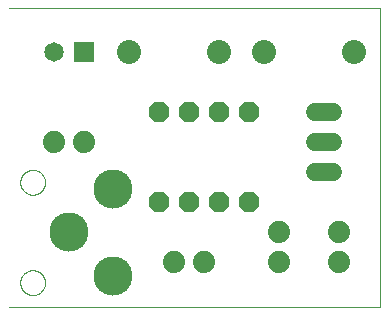
<source format=gtl>
G75*
%MOIN*%
%OFA0B0*%
%FSLAX25Y25*%
%IPPOS*%
%LPD*%
%AMOC8*
5,1,8,0,0,1.08239X$1,22.5*
%
%ADD10C,0.00000*%
%ADD11C,0.13055*%
%ADD12C,0.06500*%
%ADD13R,0.06500X0.06500*%
%ADD14OC8,0.06800*%
%ADD15C,0.07400*%
%ADD16C,0.06000*%
%ADD17C,0.08000*%
D10*
X0034156Y0002200D02*
X0157857Y0002200D01*
X0157857Y0102161D01*
X0034156Y0102161D01*
X0037817Y0043932D02*
X0037819Y0044060D01*
X0037825Y0044188D01*
X0037835Y0044315D01*
X0037849Y0044443D01*
X0037866Y0044569D01*
X0037888Y0044695D01*
X0037914Y0044821D01*
X0037943Y0044945D01*
X0037976Y0045069D01*
X0038013Y0045191D01*
X0038054Y0045312D01*
X0038099Y0045432D01*
X0038147Y0045551D01*
X0038199Y0045668D01*
X0038255Y0045783D01*
X0038314Y0045897D01*
X0038376Y0046008D01*
X0038442Y0046118D01*
X0038511Y0046225D01*
X0038584Y0046331D01*
X0038660Y0046434D01*
X0038739Y0046534D01*
X0038821Y0046633D01*
X0038906Y0046728D01*
X0038994Y0046821D01*
X0039085Y0046911D01*
X0039178Y0046998D01*
X0039275Y0047083D01*
X0039373Y0047164D01*
X0039475Y0047242D01*
X0039578Y0047317D01*
X0039684Y0047389D01*
X0039792Y0047458D01*
X0039902Y0047523D01*
X0040015Y0047584D01*
X0040129Y0047643D01*
X0040244Y0047697D01*
X0040362Y0047748D01*
X0040480Y0047796D01*
X0040601Y0047839D01*
X0040722Y0047879D01*
X0040845Y0047915D01*
X0040969Y0047948D01*
X0041094Y0047976D01*
X0041219Y0048001D01*
X0041345Y0048021D01*
X0041472Y0048038D01*
X0041600Y0048051D01*
X0041727Y0048060D01*
X0041855Y0048065D01*
X0041983Y0048066D01*
X0042111Y0048063D01*
X0042239Y0048056D01*
X0042366Y0048045D01*
X0042493Y0048030D01*
X0042620Y0048012D01*
X0042746Y0047989D01*
X0042871Y0047962D01*
X0042995Y0047932D01*
X0043118Y0047898D01*
X0043241Y0047860D01*
X0043362Y0047818D01*
X0043481Y0047772D01*
X0043599Y0047723D01*
X0043716Y0047670D01*
X0043831Y0047614D01*
X0043944Y0047554D01*
X0044055Y0047491D01*
X0044164Y0047424D01*
X0044271Y0047354D01*
X0044376Y0047280D01*
X0044478Y0047204D01*
X0044578Y0047124D01*
X0044676Y0047041D01*
X0044771Y0046955D01*
X0044863Y0046866D01*
X0044952Y0046775D01*
X0045039Y0046681D01*
X0045122Y0046584D01*
X0045203Y0046484D01*
X0045280Y0046383D01*
X0045355Y0046278D01*
X0045426Y0046172D01*
X0045493Y0046063D01*
X0045558Y0045953D01*
X0045618Y0045840D01*
X0045676Y0045726D01*
X0045729Y0045610D01*
X0045779Y0045492D01*
X0045826Y0045373D01*
X0045869Y0045252D01*
X0045908Y0045130D01*
X0045943Y0045007D01*
X0045974Y0044883D01*
X0046002Y0044758D01*
X0046025Y0044632D01*
X0046045Y0044506D01*
X0046061Y0044379D01*
X0046073Y0044252D01*
X0046081Y0044124D01*
X0046085Y0043996D01*
X0046085Y0043868D01*
X0046081Y0043740D01*
X0046073Y0043612D01*
X0046061Y0043485D01*
X0046045Y0043358D01*
X0046025Y0043232D01*
X0046002Y0043106D01*
X0045974Y0042981D01*
X0045943Y0042857D01*
X0045908Y0042734D01*
X0045869Y0042612D01*
X0045826Y0042491D01*
X0045779Y0042372D01*
X0045729Y0042254D01*
X0045676Y0042138D01*
X0045618Y0042024D01*
X0045558Y0041911D01*
X0045493Y0041801D01*
X0045426Y0041692D01*
X0045355Y0041586D01*
X0045280Y0041481D01*
X0045203Y0041380D01*
X0045122Y0041280D01*
X0045039Y0041183D01*
X0044952Y0041089D01*
X0044863Y0040998D01*
X0044771Y0040909D01*
X0044676Y0040823D01*
X0044578Y0040740D01*
X0044478Y0040660D01*
X0044376Y0040584D01*
X0044271Y0040510D01*
X0044164Y0040440D01*
X0044055Y0040373D01*
X0043944Y0040310D01*
X0043831Y0040250D01*
X0043716Y0040194D01*
X0043599Y0040141D01*
X0043481Y0040092D01*
X0043362Y0040046D01*
X0043241Y0040004D01*
X0043118Y0039966D01*
X0042995Y0039932D01*
X0042871Y0039902D01*
X0042746Y0039875D01*
X0042620Y0039852D01*
X0042493Y0039834D01*
X0042366Y0039819D01*
X0042239Y0039808D01*
X0042111Y0039801D01*
X0041983Y0039798D01*
X0041855Y0039799D01*
X0041727Y0039804D01*
X0041600Y0039813D01*
X0041472Y0039826D01*
X0041345Y0039843D01*
X0041219Y0039863D01*
X0041094Y0039888D01*
X0040969Y0039916D01*
X0040845Y0039949D01*
X0040722Y0039985D01*
X0040601Y0040025D01*
X0040480Y0040068D01*
X0040362Y0040116D01*
X0040244Y0040167D01*
X0040129Y0040221D01*
X0040015Y0040280D01*
X0039902Y0040341D01*
X0039792Y0040406D01*
X0039684Y0040475D01*
X0039578Y0040547D01*
X0039475Y0040622D01*
X0039373Y0040700D01*
X0039275Y0040781D01*
X0039178Y0040866D01*
X0039085Y0040953D01*
X0038994Y0041043D01*
X0038906Y0041136D01*
X0038821Y0041231D01*
X0038739Y0041330D01*
X0038660Y0041430D01*
X0038584Y0041533D01*
X0038511Y0041639D01*
X0038442Y0041746D01*
X0038376Y0041856D01*
X0038314Y0041967D01*
X0038255Y0042081D01*
X0038199Y0042196D01*
X0038147Y0042313D01*
X0038099Y0042432D01*
X0038054Y0042552D01*
X0038013Y0042673D01*
X0037976Y0042795D01*
X0037943Y0042919D01*
X0037914Y0043043D01*
X0037888Y0043169D01*
X0037866Y0043295D01*
X0037849Y0043421D01*
X0037835Y0043549D01*
X0037825Y0043676D01*
X0037819Y0043804D01*
X0037817Y0043932D01*
X0037817Y0010468D02*
X0037819Y0010596D01*
X0037825Y0010724D01*
X0037835Y0010851D01*
X0037849Y0010979D01*
X0037866Y0011105D01*
X0037888Y0011231D01*
X0037914Y0011357D01*
X0037943Y0011481D01*
X0037976Y0011605D01*
X0038013Y0011727D01*
X0038054Y0011848D01*
X0038099Y0011968D01*
X0038147Y0012087D01*
X0038199Y0012204D01*
X0038255Y0012319D01*
X0038314Y0012433D01*
X0038376Y0012544D01*
X0038442Y0012654D01*
X0038511Y0012761D01*
X0038584Y0012867D01*
X0038660Y0012970D01*
X0038739Y0013070D01*
X0038821Y0013169D01*
X0038906Y0013264D01*
X0038994Y0013357D01*
X0039085Y0013447D01*
X0039178Y0013534D01*
X0039275Y0013619D01*
X0039373Y0013700D01*
X0039475Y0013778D01*
X0039578Y0013853D01*
X0039684Y0013925D01*
X0039792Y0013994D01*
X0039902Y0014059D01*
X0040015Y0014120D01*
X0040129Y0014179D01*
X0040244Y0014233D01*
X0040362Y0014284D01*
X0040480Y0014332D01*
X0040601Y0014375D01*
X0040722Y0014415D01*
X0040845Y0014451D01*
X0040969Y0014484D01*
X0041094Y0014512D01*
X0041219Y0014537D01*
X0041345Y0014557D01*
X0041472Y0014574D01*
X0041600Y0014587D01*
X0041727Y0014596D01*
X0041855Y0014601D01*
X0041983Y0014602D01*
X0042111Y0014599D01*
X0042239Y0014592D01*
X0042366Y0014581D01*
X0042493Y0014566D01*
X0042620Y0014548D01*
X0042746Y0014525D01*
X0042871Y0014498D01*
X0042995Y0014468D01*
X0043118Y0014434D01*
X0043241Y0014396D01*
X0043362Y0014354D01*
X0043481Y0014308D01*
X0043599Y0014259D01*
X0043716Y0014206D01*
X0043831Y0014150D01*
X0043944Y0014090D01*
X0044055Y0014027D01*
X0044164Y0013960D01*
X0044271Y0013890D01*
X0044376Y0013816D01*
X0044478Y0013740D01*
X0044578Y0013660D01*
X0044676Y0013577D01*
X0044771Y0013491D01*
X0044863Y0013402D01*
X0044952Y0013311D01*
X0045039Y0013217D01*
X0045122Y0013120D01*
X0045203Y0013020D01*
X0045280Y0012919D01*
X0045355Y0012814D01*
X0045426Y0012708D01*
X0045493Y0012599D01*
X0045558Y0012489D01*
X0045618Y0012376D01*
X0045676Y0012262D01*
X0045729Y0012146D01*
X0045779Y0012028D01*
X0045826Y0011909D01*
X0045869Y0011788D01*
X0045908Y0011666D01*
X0045943Y0011543D01*
X0045974Y0011419D01*
X0046002Y0011294D01*
X0046025Y0011168D01*
X0046045Y0011042D01*
X0046061Y0010915D01*
X0046073Y0010788D01*
X0046081Y0010660D01*
X0046085Y0010532D01*
X0046085Y0010404D01*
X0046081Y0010276D01*
X0046073Y0010148D01*
X0046061Y0010021D01*
X0046045Y0009894D01*
X0046025Y0009768D01*
X0046002Y0009642D01*
X0045974Y0009517D01*
X0045943Y0009393D01*
X0045908Y0009270D01*
X0045869Y0009148D01*
X0045826Y0009027D01*
X0045779Y0008908D01*
X0045729Y0008790D01*
X0045676Y0008674D01*
X0045618Y0008560D01*
X0045558Y0008447D01*
X0045493Y0008337D01*
X0045426Y0008228D01*
X0045355Y0008122D01*
X0045280Y0008017D01*
X0045203Y0007916D01*
X0045122Y0007816D01*
X0045039Y0007719D01*
X0044952Y0007625D01*
X0044863Y0007534D01*
X0044771Y0007445D01*
X0044676Y0007359D01*
X0044578Y0007276D01*
X0044478Y0007196D01*
X0044376Y0007120D01*
X0044271Y0007046D01*
X0044164Y0006976D01*
X0044055Y0006909D01*
X0043944Y0006846D01*
X0043831Y0006786D01*
X0043716Y0006730D01*
X0043599Y0006677D01*
X0043481Y0006628D01*
X0043362Y0006582D01*
X0043241Y0006540D01*
X0043118Y0006502D01*
X0042995Y0006468D01*
X0042871Y0006438D01*
X0042746Y0006411D01*
X0042620Y0006388D01*
X0042493Y0006370D01*
X0042366Y0006355D01*
X0042239Y0006344D01*
X0042111Y0006337D01*
X0041983Y0006334D01*
X0041855Y0006335D01*
X0041727Y0006340D01*
X0041600Y0006349D01*
X0041472Y0006362D01*
X0041345Y0006379D01*
X0041219Y0006399D01*
X0041094Y0006424D01*
X0040969Y0006452D01*
X0040845Y0006485D01*
X0040722Y0006521D01*
X0040601Y0006561D01*
X0040480Y0006604D01*
X0040362Y0006652D01*
X0040244Y0006703D01*
X0040129Y0006757D01*
X0040015Y0006816D01*
X0039902Y0006877D01*
X0039792Y0006942D01*
X0039684Y0007011D01*
X0039578Y0007083D01*
X0039475Y0007158D01*
X0039373Y0007236D01*
X0039275Y0007317D01*
X0039178Y0007402D01*
X0039085Y0007489D01*
X0038994Y0007579D01*
X0038906Y0007672D01*
X0038821Y0007767D01*
X0038739Y0007866D01*
X0038660Y0007966D01*
X0038584Y0008069D01*
X0038511Y0008175D01*
X0038442Y0008282D01*
X0038376Y0008392D01*
X0038314Y0008503D01*
X0038255Y0008617D01*
X0038199Y0008732D01*
X0038147Y0008849D01*
X0038099Y0008968D01*
X0038054Y0009088D01*
X0038013Y0009209D01*
X0037976Y0009331D01*
X0037943Y0009455D01*
X0037914Y0009579D01*
X0037888Y0009705D01*
X0037866Y0009831D01*
X0037849Y0009957D01*
X0037835Y0010085D01*
X0037825Y0010212D01*
X0037819Y0010340D01*
X0037817Y0010468D01*
D11*
X0054156Y0027200D03*
X0068723Y0012633D03*
X0068723Y0041767D03*
D12*
X0049156Y0087200D03*
D13*
X0059156Y0087200D03*
D14*
X0084156Y0067200D03*
X0094156Y0067200D03*
X0104156Y0067200D03*
X0114156Y0067200D03*
X0114156Y0037200D03*
X0104156Y0037200D03*
X0094156Y0037200D03*
X0084156Y0037200D03*
D15*
X0089156Y0017200D03*
X0099156Y0017200D03*
X0124156Y0017200D03*
X0124156Y0027200D03*
X0144156Y0027200D03*
X0144156Y0017200D03*
X0059156Y0057200D03*
X0049156Y0057200D03*
D16*
X0136156Y0057200D02*
X0142156Y0057200D01*
X0142156Y0047200D02*
X0136156Y0047200D01*
X0136156Y0067200D02*
X0142156Y0067200D01*
D17*
X0149156Y0087200D03*
X0119156Y0087200D03*
X0104156Y0087200D03*
X0074156Y0087200D03*
M02*

</source>
